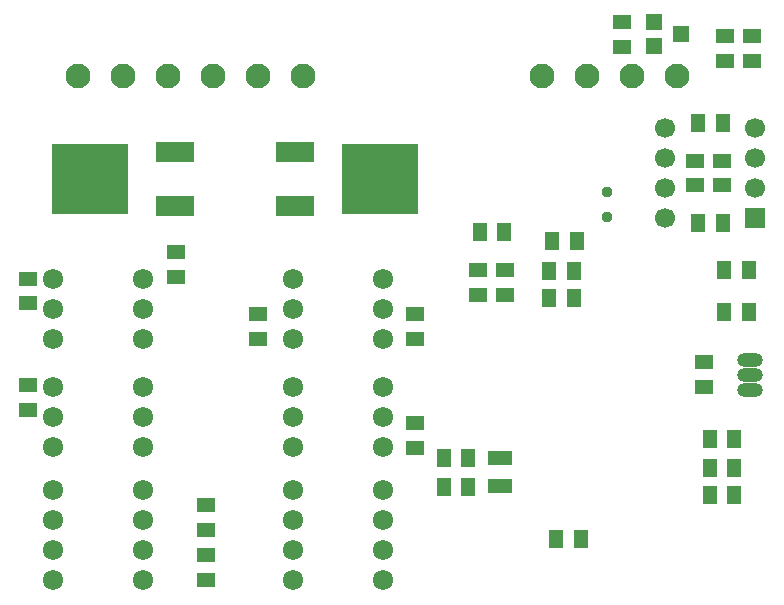
<source format=gbs>
%FSLAX25Y25*%
%MOIN*%
G70*
G01*
G75*
G04 Layer_Color=16711935*
%ADD10R,0.10039X0.07677*%
%ADD11R,0.05512X0.04331*%
%ADD12R,0.07087X0.08268*%
%ADD13R,0.04331X0.02362*%
%ADD14R,0.24410X0.22835*%
%ADD15R,0.11811X0.06299*%
%ADD16R,0.04331X0.05512*%
G04:AMPARAMS|DCode=17|XSize=9.84mil|YSize=70.87mil|CornerRadius=0mil|HoleSize=0mil|Usage=FLASHONLY|Rotation=135.000|XOffset=0mil|YOffset=0mil|HoleType=Round|Shape=Round|*
%AMOVALD17*
21,1,0.06102,0.00984,0.00000,0.00000,225.0*
1,1,0.00984,0.02158,0.02158*
1,1,0.00984,-0.02158,-0.02158*
%
%ADD17OVALD17*%

G04:AMPARAMS|DCode=18|XSize=9.84mil|YSize=70.87mil|CornerRadius=0mil|HoleSize=0mil|Usage=FLASHONLY|Rotation=45.000|XOffset=0mil|YOffset=0mil|HoleType=Round|Shape=Round|*
%AMOVALD18*
21,1,0.06102,0.00984,0.00000,0.00000,135.0*
1,1,0.00984,0.02158,-0.02158*
1,1,0.00984,-0.02158,0.02158*
%
%ADD18OVALD18*%

%ADD19R,0.07087X0.09055*%
%ADD20R,0.02362X0.11811*%
%ADD21O,0.08661X0.02362*%
%ADD22R,0.02756X0.03150*%
%ADD23R,0.06000X0.07000*%
%ADD24R,0.06299X0.12598*%
%ADD25C,0.01181*%
%ADD26C,0.01969*%
%ADD27C,0.01575*%
%ADD28C,0.00984*%
%ADD29C,0.01500*%
%ADD30C,0.07874*%
%ADD31C,0.03937*%
%ADD32C,0.07480*%
%ADD33C,0.06000*%
%ADD34O,0.07874X0.03937*%
%ADD35O,0.07874X0.03937*%
%ADD36C,0.05906*%
%ADD37R,0.05906X0.05906*%
%ADD38C,0.02362*%
%ADD39C,0.05000*%
G04:AMPARAMS|DCode=40|XSize=23.62mil|YSize=23.62mil|CornerRadius=1.18mil|HoleSize=0mil|Usage=FLASHONLY|Rotation=90.000|XOffset=0mil|YOffset=0mil|HoleType=Round|Shape=RoundedRectangle|*
%AMROUNDEDRECTD40*
21,1,0.02362,0.02126,0,0,90.0*
21,1,0.02126,0.02362,0,0,90.0*
1,1,0.00236,0.01063,0.01063*
1,1,0.00236,0.01063,-0.01063*
1,1,0.00236,-0.01063,-0.01063*
1,1,0.00236,-0.01063,0.01063*
%
%ADD40ROUNDEDRECTD40*%
%ADD41R,0.04600X0.04600*%
%ADD42R,0.07480X0.04331*%
%ADD43C,0.03150*%
%ADD44C,0.02362*%
%ADD45C,0.00787*%
%ADD46C,0.00394*%
%ADD47C,0.00591*%
%ADD48C,0.00800*%
%ADD49C,0.01000*%
%ADD50C,0.00669*%
%ADD51R,0.10827X0.08465*%
%ADD52R,0.06299X0.05118*%
%ADD53R,0.07874X0.09055*%
%ADD54R,0.05118X0.03150*%
%ADD55R,0.25197X0.23622*%
%ADD56R,0.12598X0.07087*%
%ADD57R,0.05118X0.06299*%
G04:AMPARAMS|DCode=58|XSize=17.72mil|YSize=78.74mil|CornerRadius=0mil|HoleSize=0mil|Usage=FLASHONLY|Rotation=135.000|XOffset=0mil|YOffset=0mil|HoleType=Round|Shape=Round|*
%AMOVALD58*
21,1,0.06102,0.01772,0.00000,0.00000,225.0*
1,1,0.01772,0.02158,0.02158*
1,1,0.01772,-0.02158,-0.02158*
%
%ADD58OVALD58*%

G04:AMPARAMS|DCode=59|XSize=17.72mil|YSize=78.74mil|CornerRadius=0mil|HoleSize=0mil|Usage=FLASHONLY|Rotation=45.000|XOffset=0mil|YOffset=0mil|HoleType=Round|Shape=Round|*
%AMOVALD59*
21,1,0.06102,0.01772,0.00000,0.00000,135.0*
1,1,0.01772,0.02158,-0.02158*
1,1,0.01772,-0.02158,0.02158*
%
%ADD59OVALD59*%

%ADD60R,0.07874X0.09843*%
%ADD61R,0.03150X0.12598*%
%ADD62O,0.09449X0.03150*%
%ADD63R,0.03543X0.03937*%
%ADD64R,0.06787X0.07787*%
%ADD65R,0.07087X0.13386*%
%ADD66C,0.08268*%
%ADD67C,0.06787*%
%ADD68O,0.08661X0.04724*%
%ADD69O,0.08661X0.04724*%
%ADD70C,0.06693*%
%ADD71R,0.06693X0.06693*%
G04:AMPARAMS|DCode=72|XSize=31.5mil|YSize=31.5mil|CornerRadius=5.12mil|HoleSize=0mil|Usage=FLASHONLY|Rotation=90.000|XOffset=0mil|YOffset=0mil|HoleType=Round|Shape=RoundedRectangle|*
%AMROUNDEDRECTD72*
21,1,0.03150,0.02126,0,0,90.0*
21,1,0.02126,0.03150,0,0,90.0*
1,1,0.01024,0.01063,0.01063*
1,1,0.01024,0.01063,-0.01063*
1,1,0.01024,-0.01063,-0.01063*
1,1,0.01024,-0.01063,0.01063*
%
%ADD72ROUNDEDRECTD72*%
%ADD73R,0.05387X0.05387*%
%ADD74R,0.07880X0.04731*%
D52*
X247047Y188779D02*
D03*
Y197047D02*
D03*
X5906Y108071D02*
D03*
Y116339D02*
D03*
X55118Y116929D02*
D03*
Y125197D02*
D03*
X5906Y72638D02*
D03*
Y80905D02*
D03*
X134843Y104528D02*
D03*
Y96260D02*
D03*
X82677D02*
D03*
Y104528D02*
D03*
X134843Y68110D02*
D03*
Y59842D02*
D03*
X238189Y188779D02*
D03*
Y197047D02*
D03*
X203740Y193701D02*
D03*
Y201969D02*
D03*
X237205Y147441D02*
D03*
X237205Y155709D02*
D03*
X228346Y147441D02*
D03*
Y155709D02*
D03*
X231299Y88484D02*
D03*
Y80216D02*
D03*
X65354Y24213D02*
D03*
Y15945D02*
D03*
Y40748D02*
D03*
Y32480D02*
D03*
X164961Y111024D02*
D03*
Y119291D02*
D03*
X155807Y110925D02*
D03*
Y119193D02*
D03*
D55*
X123228Y149606D02*
D03*
X26378D02*
D03*
D56*
X94882Y158622D02*
D03*
Y140591D02*
D03*
X54724D02*
D03*
Y158622D02*
D03*
D57*
X246260Y105315D02*
D03*
X237992D02*
D03*
X237402Y168307D02*
D03*
X229134D02*
D03*
Y134843D02*
D03*
X237402D02*
D03*
X246260Y119095D02*
D03*
X237992D02*
D03*
X233071Y62992D02*
D03*
X241339D02*
D03*
X241339Y53150D02*
D03*
X233071D02*
D03*
X241339Y44291D02*
D03*
X233071D02*
D03*
X181890Y29528D02*
D03*
X190157D02*
D03*
X152657Y56595D02*
D03*
X144390D02*
D03*
X152657Y46752D02*
D03*
X144390D02*
D03*
X187795Y110039D02*
D03*
X179528D02*
D03*
X187795Y118898D02*
D03*
X179528D02*
D03*
X188878Y128740D02*
D03*
X180610D02*
D03*
X156398Y131791D02*
D03*
X164665D02*
D03*
D66*
X97441Y183858D02*
D03*
X82441D02*
D03*
X67441D02*
D03*
X52441D02*
D03*
X37441D02*
D03*
X22441D02*
D03*
X222165Y183858D02*
D03*
X207165D02*
D03*
X192165D02*
D03*
X177165D02*
D03*
D67*
X44094Y15748D02*
D03*
Y25748D02*
D03*
Y35748D02*
D03*
Y45748D02*
D03*
X14095D02*
D03*
Y35748D02*
D03*
Y25748D02*
D03*
Y15748D02*
D03*
X44094Y80378D02*
D03*
Y70378D02*
D03*
Y60378D02*
D03*
X14095D02*
D03*
Y70378D02*
D03*
Y80378D02*
D03*
X44094Y116378D02*
D03*
Y106378D02*
D03*
Y96378D02*
D03*
X14095D02*
D03*
Y106378D02*
D03*
Y116378D02*
D03*
X94095Y96378D02*
D03*
Y106378D02*
D03*
Y116378D02*
D03*
X124094D02*
D03*
Y106378D02*
D03*
Y96378D02*
D03*
X94095Y60378D02*
D03*
Y70378D02*
D03*
Y80378D02*
D03*
X124094D02*
D03*
Y70378D02*
D03*
Y60378D02*
D03*
X94095Y45866D02*
D03*
Y35866D02*
D03*
Y25866D02*
D03*
Y15866D02*
D03*
X124094D02*
D03*
Y25866D02*
D03*
Y35866D02*
D03*
Y45866D02*
D03*
D68*
X246457Y79055D02*
D03*
Y84055D02*
D03*
D69*
Y89055D02*
D03*
D70*
X218268Y166575D02*
D03*
Y156575D02*
D03*
Y146575D02*
D03*
Y136575D02*
D03*
X248268Y166575D02*
D03*
Y156575D02*
D03*
Y146575D02*
D03*
D71*
Y136575D02*
D03*
D72*
X198819Y136713D02*
D03*
Y145374D02*
D03*
D73*
X214567Y193898D02*
D03*
Y201898D02*
D03*
X223567Y197898D02*
D03*
D74*
X163287Y56595D02*
D03*
X163287Y47146D02*
D03*
M02*

</source>
